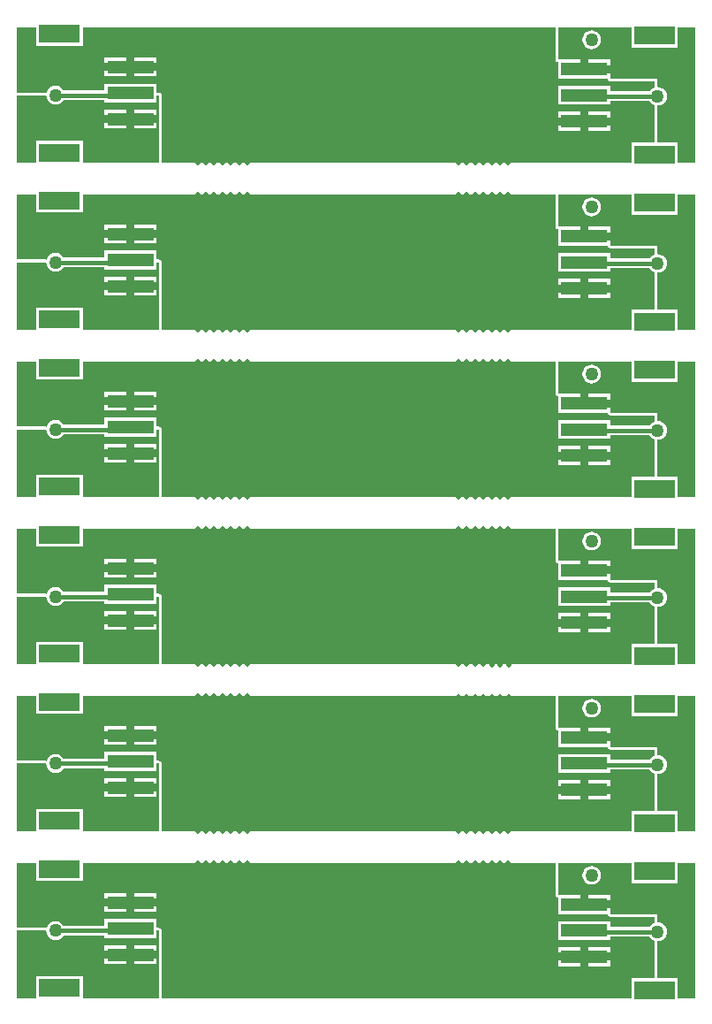
<source format=gbl>
G04*
G04 #@! TF.GenerationSoftware,Altium Limited,Altium Designer,20.1.12 (249)*
G04*
G04 Layer_Physical_Order=2*
G04 Layer_Color=16711680*
%FSLAX25Y25*%
%MOIN*%
G70*
G04*
G04 #@! TF.SameCoordinates,880ED213-D7CF-42DA-8A1E-0FEEA66E8632*
G04*
G04*
G04 #@! TF.FilePolarity,Positive*
G04*
G01*
G75*
%ADD18C,0.01500*%
%ADD20C,0.01968*%
%ADD21C,0.05000*%
%ADD22R,0.15354X0.07087*%
%ADD23R,0.17717X0.05118*%
G36*
X203311Y353953D02*
X203389Y353563D01*
X203610Y353232D01*
X203941Y353011D01*
X204118Y352976D01*
Y346835D01*
X222818D01*
X222893Y346460D01*
X223114Y346129D01*
X223445Y345908D01*
X223835Y345831D01*
X240713D01*
Y343688D01*
X240739Y343557D01*
X240740Y343535D01*
X239967Y343215D01*
X239236Y342654D01*
X238690Y341942D01*
X223835D01*
Y344110D01*
X204118D01*
Y336992D01*
X223835D01*
Y338373D01*
X238690D01*
X239236Y337661D01*
X239967Y337100D01*
X240740Y336780D01*
X240739Y336758D01*
X240713Y336627D01*
Y322654D01*
X232071D01*
Y314961D01*
X54563D01*
X54563Y340551D01*
X54485Y340941D01*
X54264Y341272D01*
X53934Y341493D01*
X53543Y341571D01*
X52720D01*
Y344904D01*
X33004D01*
Y342336D01*
X17609D01*
X17063Y343047D01*
X16332Y343608D01*
X15481Y343961D01*
X14567Y344081D01*
X13653Y343961D01*
X12802Y343608D01*
X12071Y343047D01*
X11510Y342316D01*
X11190Y341543D01*
X11168Y341545D01*
X11037Y341571D01*
X0D01*
Y366142D01*
X7413D01*
Y359243D01*
X24768D01*
Y366142D01*
X203311D01*
Y353953D01*
D02*
G37*
G36*
X255906Y314961D02*
X249425D01*
Y322654D01*
X241732D01*
Y336627D01*
X242646Y336748D01*
X243497Y337100D01*
X244229Y337661D01*
X244790Y338392D01*
X245142Y339244D01*
X245263Y340158D01*
X245142Y341071D01*
X244790Y341923D01*
X244229Y342654D01*
X243497Y343215D01*
X242646Y343567D01*
X241732Y343688D01*
Y346850D01*
X223835D01*
Y348894D01*
X213976D01*
Y350394D01*
X212476D01*
Y353953D01*
X204331D01*
Y366142D01*
X232071D01*
Y358449D01*
X249425D01*
Y366142D01*
X255906D01*
Y314961D01*
D02*
G37*
G36*
X53543D02*
X24768D01*
Y323447D01*
X7413D01*
Y314961D01*
X0D01*
Y340551D01*
X11037D01*
X11157Y339637D01*
X11510Y338786D01*
X12071Y338055D01*
X12802Y337494D01*
X13653Y337141D01*
X14567Y337021D01*
X15481Y337141D01*
X16332Y337494D01*
X17063Y338055D01*
X17609Y338767D01*
X33004D01*
Y337786D01*
X52720D01*
Y340551D01*
X53543D01*
X53543Y314961D01*
D02*
G37*
G36*
X203311Y290961D02*
X203389Y290570D01*
X203610Y290240D01*
X203941Y290019D01*
X204118Y289983D01*
Y283842D01*
X222818D01*
X222893Y283468D01*
X223114Y283137D01*
X223445Y282916D01*
X223835Y282839D01*
X240713D01*
Y280696D01*
X240739Y280565D01*
X240740Y280543D01*
X239967Y280223D01*
X239236Y279662D01*
X238690Y278950D01*
X223835D01*
Y281118D01*
X204118D01*
Y274000D01*
X223835D01*
Y275381D01*
X238690D01*
X239236Y274669D01*
X239967Y274108D01*
X240740Y273788D01*
X240739Y273766D01*
X240713Y273635D01*
Y259661D01*
X232071D01*
Y251969D01*
X54563D01*
X54563Y277559D01*
X54485Y277949D01*
X54264Y278280D01*
X53934Y278501D01*
X53543Y278579D01*
X52720D01*
Y281912D01*
X33004D01*
Y279343D01*
X17609D01*
X17063Y280055D01*
X16332Y280616D01*
X15481Y280969D01*
X14567Y281089D01*
X13653Y280969D01*
X12802Y280616D01*
X12071Y280055D01*
X11510Y279324D01*
X11190Y278551D01*
X11168Y278553D01*
X11037Y278579D01*
X0D01*
Y303150D01*
X7413D01*
Y296250D01*
X24768D01*
Y303150D01*
X203311D01*
Y290961D01*
D02*
G37*
G36*
X255906Y251969D02*
X249425D01*
Y259661D01*
X241732D01*
Y273635D01*
X242646Y273756D01*
X243497Y274108D01*
X244229Y274669D01*
X244790Y275400D01*
X245142Y276252D01*
X245263Y277165D01*
X245142Y278079D01*
X244790Y278930D01*
X244229Y279662D01*
X243497Y280223D01*
X242646Y280575D01*
X241732Y280696D01*
Y283858D01*
X223835D01*
Y285902D01*
X213976D01*
Y287402D01*
X212476D01*
Y290961D01*
X204331D01*
Y303150D01*
X232071D01*
Y295457D01*
X249425D01*
Y303150D01*
X255906D01*
Y251969D01*
D02*
G37*
G36*
X53543D02*
X24768D01*
Y260455D01*
X7413D01*
Y251969D01*
X0D01*
Y277559D01*
X11037D01*
X11157Y276645D01*
X11510Y275794D01*
X12071Y275063D01*
X12802Y274502D01*
X13653Y274149D01*
X14567Y274029D01*
X15481Y274149D01*
X16332Y274502D01*
X17063Y275063D01*
X17609Y275775D01*
X33004D01*
Y274794D01*
X52720D01*
Y277559D01*
X53543D01*
X53543Y251969D01*
D02*
G37*
G36*
X203311Y227969D02*
X203389Y227578D01*
X203610Y227248D01*
X203941Y227027D01*
X204118Y226991D01*
Y220850D01*
X222818D01*
X222893Y220476D01*
X223114Y220145D01*
X223445Y219924D01*
X223835Y219847D01*
X240713D01*
Y217703D01*
X240739Y217573D01*
X240740Y217551D01*
X239967Y217231D01*
X239236Y216670D01*
X238690Y215957D01*
X223835D01*
Y218126D01*
X204118D01*
Y211008D01*
X223835D01*
Y212389D01*
X238690D01*
X239236Y211677D01*
X239967Y211116D01*
X240740Y210796D01*
X240739Y210774D01*
X240713Y210643D01*
Y196669D01*
X232071D01*
Y188976D01*
X54563D01*
X54563Y214567D01*
X54485Y214957D01*
X54264Y215288D01*
X53934Y215509D01*
X53543Y215586D01*
X52720D01*
Y218920D01*
X33004D01*
Y216351D01*
X17609D01*
X17063Y217063D01*
X16332Y217624D01*
X15481Y217977D01*
X14567Y218097D01*
X13653Y217977D01*
X12802Y217624D01*
X12071Y217063D01*
X11510Y216332D01*
X11190Y215559D01*
X11168Y215561D01*
X11037Y215586D01*
X0D01*
Y240158D01*
X7413D01*
Y233258D01*
X24768D01*
Y240158D01*
X203311D01*
Y227969D01*
D02*
G37*
G36*
X255906Y188976D02*
X249425D01*
Y196669D01*
X241732D01*
Y210643D01*
X242646Y210763D01*
X243497Y211116D01*
X244229Y211677D01*
X244790Y212408D01*
X245142Y213260D01*
X245263Y214173D01*
X245142Y215087D01*
X244790Y215938D01*
X244229Y216670D01*
X243497Y217231D01*
X242646Y217583D01*
X241732Y217703D01*
Y220866D01*
X223835D01*
Y222909D01*
X213976D01*
Y224410D01*
X212476D01*
Y227969D01*
X204331D01*
Y240158D01*
X232071D01*
Y232465D01*
X249425D01*
Y240158D01*
X255906D01*
Y188976D01*
D02*
G37*
G36*
X53543D02*
X24768D01*
Y197463D01*
X7413D01*
Y188976D01*
X0D01*
Y214567D01*
X11037D01*
X11157Y213653D01*
X11510Y212802D01*
X12071Y212071D01*
X12802Y211510D01*
X13653Y211157D01*
X14567Y211037D01*
X15481Y211157D01*
X16332Y211510D01*
X17063Y212071D01*
X17609Y212783D01*
X33004D01*
Y211802D01*
X52720D01*
Y214567D01*
X53543D01*
X53543Y188976D01*
D02*
G37*
G36*
X203311Y164976D02*
X203389Y164586D01*
X203610Y164255D01*
X203941Y164034D01*
X204118Y163999D01*
Y157858D01*
X222818D01*
X222893Y157484D01*
X223114Y157153D01*
X223445Y156932D01*
X223835Y156854D01*
X240713D01*
Y154711D01*
X240739Y154580D01*
X240740Y154559D01*
X239967Y154238D01*
X239236Y153677D01*
X238690Y152965D01*
X223835D01*
Y155134D01*
X204118D01*
Y148016D01*
X223835D01*
Y149397D01*
X238690D01*
X239236Y148685D01*
X239967Y148124D01*
X240740Y147804D01*
X240739Y147782D01*
X240713Y147651D01*
Y133677D01*
X232071D01*
Y125984D01*
X54563D01*
X54563Y151575D01*
X54485Y151965D01*
X54264Y152296D01*
X53934Y152517D01*
X53543Y152594D01*
X52720D01*
Y155928D01*
X33004D01*
Y153359D01*
X17609D01*
X17063Y154071D01*
X16332Y154632D01*
X15481Y154985D01*
X14567Y155105D01*
X13653Y154985D01*
X12802Y154632D01*
X12071Y154071D01*
X11510Y153340D01*
X11190Y152567D01*
X11168Y152568D01*
X11037Y152594D01*
X0D01*
Y177165D01*
X7413D01*
Y170266D01*
X24768D01*
Y177165D01*
X203311D01*
Y164976D01*
D02*
G37*
G36*
X255906Y125984D02*
X249425D01*
Y133677D01*
X241732D01*
Y147651D01*
X242646Y147771D01*
X243497Y148124D01*
X244229Y148685D01*
X244790Y149416D01*
X245142Y150267D01*
X245263Y151181D01*
X245142Y152095D01*
X244790Y152946D01*
X244229Y153677D01*
X243497Y154238D01*
X242646Y154591D01*
X241732Y154711D01*
Y157874D01*
X223835D01*
Y159917D01*
X213976D01*
Y161417D01*
X212476D01*
Y164976D01*
X204331D01*
Y177165D01*
X232071D01*
Y169473D01*
X249425D01*
Y177165D01*
X255906D01*
Y125984D01*
D02*
G37*
G36*
X53543D02*
X24768D01*
Y134471D01*
X7413D01*
Y125984D01*
X0D01*
Y151575D01*
X11037D01*
X11157Y150661D01*
X11510Y149810D01*
X12071Y149079D01*
X12802Y148518D01*
X13653Y148165D01*
X14567Y148045D01*
X15481Y148165D01*
X16332Y148518D01*
X17063Y149079D01*
X17609Y149791D01*
X33004D01*
Y148809D01*
X52720D01*
Y151575D01*
X53543D01*
X53543Y125984D01*
D02*
G37*
G36*
X203311Y101984D02*
X203389Y101594D01*
X203610Y101263D01*
X203941Y101042D01*
X204118Y101007D01*
Y94866D01*
X222818D01*
X222893Y94492D01*
X223114Y94161D01*
X223445Y93940D01*
X223835Y93862D01*
X240713D01*
Y91719D01*
X240739Y91588D01*
X240740Y91566D01*
X239967Y91246D01*
X239236Y90685D01*
X238690Y89973D01*
X223835D01*
Y92142D01*
X204118D01*
Y85024D01*
X223835D01*
Y86405D01*
X238690D01*
X239236Y85693D01*
X239967Y85132D01*
X240740Y84812D01*
X240739Y84790D01*
X240713Y84659D01*
Y70685D01*
X232071D01*
Y62992D01*
X54563D01*
X54563Y88583D01*
X54485Y88973D01*
X54264Y89304D01*
X53934Y89525D01*
X53543Y89602D01*
X52720D01*
Y92935D01*
X33004D01*
Y90367D01*
X17609D01*
X17063Y91079D01*
X16332Y91640D01*
X15481Y91993D01*
X14567Y92113D01*
X13653Y91993D01*
X12802Y91640D01*
X12071Y91079D01*
X11510Y90348D01*
X11190Y89575D01*
X11168Y89576D01*
X11037Y89602D01*
X0D01*
Y114173D01*
X7413D01*
Y107274D01*
X24768D01*
Y114173D01*
X203311D01*
Y101984D01*
D02*
G37*
G36*
X255906Y62992D02*
X249425D01*
Y70685D01*
X241732D01*
Y84659D01*
X242646Y84779D01*
X243497Y85132D01*
X244229Y85693D01*
X244790Y86424D01*
X245142Y87275D01*
X245263Y88189D01*
X245142Y89103D01*
X244790Y89954D01*
X244229Y90685D01*
X243497Y91246D01*
X242646Y91599D01*
X241732Y91719D01*
Y94882D01*
X223835D01*
Y96925D01*
X213976D01*
Y98425D01*
X212476D01*
Y101984D01*
X204331D01*
Y114173D01*
X232071D01*
Y106480D01*
X249425D01*
Y114173D01*
X255906D01*
Y62992D01*
D02*
G37*
G36*
X53543D02*
X24768D01*
Y71479D01*
X7413D01*
Y62992D01*
X0D01*
Y88583D01*
X11037D01*
X11157Y87669D01*
X11510Y86818D01*
X12071Y86086D01*
X12802Y85525D01*
X13653Y85173D01*
X14567Y85053D01*
X15481Y85173D01*
X16332Y85525D01*
X17063Y86086D01*
X17609Y86798D01*
X33004D01*
Y85817D01*
X52720D01*
Y88583D01*
X53543D01*
X53543Y62992D01*
D02*
G37*
G36*
X203311Y38992D02*
X203389Y38602D01*
X203610Y38271D01*
X203941Y38050D01*
X204118Y38015D01*
Y31874D01*
X222818D01*
X222893Y31500D01*
X223114Y31169D01*
X223445Y30948D01*
X223835Y30870D01*
X240713D01*
Y28727D01*
X240739Y28596D01*
X240740Y28574D01*
X239967Y28254D01*
X239236Y27693D01*
X238690Y26981D01*
X223835D01*
Y29150D01*
X204118D01*
Y22031D01*
X223835D01*
Y23413D01*
X238690D01*
X239236Y22701D01*
X239967Y22140D01*
X240740Y21819D01*
X240739Y21798D01*
X240713Y21667D01*
Y7693D01*
X232071D01*
Y0D01*
X54563D01*
X54563Y25591D01*
X54485Y25981D01*
X54264Y26311D01*
X53934Y26533D01*
X53543Y26610D01*
X52720D01*
Y29943D01*
X33004D01*
Y27375D01*
X17609D01*
X17063Y28087D01*
X16332Y28648D01*
X15481Y29000D01*
X14567Y29121D01*
X13653Y29000D01*
X12802Y28648D01*
X12071Y28087D01*
X11510Y27356D01*
X11190Y26583D01*
X11168Y26584D01*
X11037Y26610D01*
X0D01*
Y51181D01*
X7413D01*
Y44282D01*
X24768D01*
Y51181D01*
X203311D01*
Y38992D01*
D02*
G37*
G36*
X255906Y0D02*
X249425D01*
Y7693D01*
X241732D01*
Y21667D01*
X242646Y21787D01*
X243497Y22140D01*
X244229Y22701D01*
X244790Y23432D01*
X245142Y24283D01*
X245263Y25197D01*
X245142Y26111D01*
X244790Y26962D01*
X244229Y27693D01*
X243497Y28254D01*
X242646Y28607D01*
X241732Y28727D01*
Y31890D01*
X223835D01*
Y33933D01*
X213976D01*
Y35433D01*
X212476D01*
Y38992D01*
X204331D01*
Y51181D01*
X232071D01*
Y43488D01*
X249425D01*
Y51181D01*
X255906D01*
Y0D01*
D02*
G37*
G36*
X53543D02*
X24768D01*
Y8487D01*
X7413D01*
Y0D01*
X0D01*
Y25591D01*
X11037D01*
X11157Y24677D01*
X11510Y23825D01*
X12071Y23094D01*
X12802Y22533D01*
X13653Y22181D01*
X14567Y22060D01*
X15481Y22181D01*
X16332Y22533D01*
X17063Y23094D01*
X17609Y23806D01*
X33004D01*
Y22825D01*
X52720D01*
Y25591D01*
X53543D01*
X53543Y0D01*
D02*
G37*
%LPC*%
G36*
X52720Y354747D02*
X44362D01*
Y352687D01*
X52720D01*
Y354747D01*
D02*
G37*
G36*
X41362D02*
X33004D01*
Y352687D01*
X41362D01*
Y354747D01*
D02*
G37*
G36*
X52720Y349687D02*
X44362D01*
Y347628D01*
X52720D01*
Y349687D01*
D02*
G37*
G36*
X41362D02*
X33004D01*
Y347628D01*
X41362D01*
Y349687D01*
D02*
G37*
G36*
X223835Y334268D02*
X215476D01*
Y332209D01*
X223835D01*
Y334268D01*
D02*
G37*
G36*
X212476D02*
X204118D01*
Y332209D01*
X212476D01*
Y334268D01*
D02*
G37*
G36*
X223835Y329209D02*
X215476D01*
Y327150D01*
X223835D01*
Y329209D01*
D02*
G37*
G36*
X212476D02*
X204118D01*
Y327150D01*
X212476D01*
Y329209D01*
D02*
G37*
G36*
X216850Y364948D02*
X215937Y364827D01*
X215085Y364475D01*
X214354Y363914D01*
X213793Y363182D01*
X213440Y362331D01*
X213320Y361417D01*
X213440Y360504D01*
X213793Y359652D01*
X214354Y358921D01*
X215085Y358360D01*
X215937Y358007D01*
X216850Y357887D01*
X217764Y358007D01*
X218616Y358360D01*
X219347Y358921D01*
X219908Y359652D01*
X220260Y360504D01*
X220381Y361417D01*
X220260Y362331D01*
X219908Y363182D01*
X219347Y363914D01*
X218616Y364475D01*
X217764Y364827D01*
X216850Y364948D01*
D02*
G37*
G36*
X223835Y353953D02*
X215476D01*
Y351894D01*
X223835D01*
Y353953D01*
D02*
G37*
G36*
X52720Y335061D02*
X44362D01*
Y333002D01*
X52720D01*
Y335061D01*
D02*
G37*
G36*
X41362D02*
X33004D01*
Y333002D01*
X41362D01*
Y335061D01*
D02*
G37*
G36*
X52720Y330002D02*
X44362D01*
Y327943D01*
X52720D01*
Y330002D01*
D02*
G37*
G36*
X41362D02*
X33004D01*
Y327943D01*
X41362D01*
Y330002D01*
D02*
G37*
G36*
X52720Y291754D02*
X44362D01*
Y289695D01*
X52720D01*
Y291754D01*
D02*
G37*
G36*
X41362D02*
X33004D01*
Y289695D01*
X41362D01*
Y291754D01*
D02*
G37*
G36*
X52720Y286695D02*
X44362D01*
Y284636D01*
X52720D01*
Y286695D01*
D02*
G37*
G36*
X41362D02*
X33004D01*
Y284636D01*
X41362D01*
Y286695D01*
D02*
G37*
G36*
X223835Y271276D02*
X215476D01*
Y269216D01*
X223835D01*
Y271276D01*
D02*
G37*
G36*
X212476D02*
X204118D01*
Y269216D01*
X212476D01*
Y271276D01*
D02*
G37*
G36*
X223835Y266216D02*
X215476D01*
Y264158D01*
X223835D01*
Y266216D01*
D02*
G37*
G36*
X212476D02*
X204118D01*
Y264158D01*
X212476D01*
Y266216D01*
D02*
G37*
G36*
X216850Y301955D02*
X215937Y301835D01*
X215085Y301483D01*
X214354Y300921D01*
X213793Y300190D01*
X213440Y299339D01*
X213320Y298425D01*
X213440Y297512D01*
X213793Y296660D01*
X214354Y295929D01*
X215085Y295368D01*
X215937Y295015D01*
X216850Y294895D01*
X217764Y295015D01*
X218616Y295368D01*
X219347Y295929D01*
X219908Y296660D01*
X220260Y297512D01*
X220381Y298425D01*
X220260Y299339D01*
X219908Y300190D01*
X219347Y300921D01*
X218616Y301483D01*
X217764Y301835D01*
X216850Y301955D01*
D02*
G37*
G36*
X223835Y290961D02*
X215476D01*
Y288902D01*
X223835D01*
Y290961D01*
D02*
G37*
G36*
X52720Y272069D02*
X44362D01*
Y270010D01*
X52720D01*
Y272069D01*
D02*
G37*
G36*
X41362D02*
X33004D01*
Y270010D01*
X41362D01*
Y272069D01*
D02*
G37*
G36*
X52720Y267010D02*
X44362D01*
Y264951D01*
X52720D01*
Y267010D01*
D02*
G37*
G36*
X41362D02*
X33004D01*
Y264951D01*
X41362D01*
Y267010D01*
D02*
G37*
G36*
X52720Y228762D02*
X44362D01*
Y226703D01*
X52720D01*
Y228762D01*
D02*
G37*
G36*
X41362D02*
X33004D01*
Y226703D01*
X41362D01*
Y228762D01*
D02*
G37*
G36*
X52720Y223703D02*
X44362D01*
Y221644D01*
X52720D01*
Y223703D01*
D02*
G37*
G36*
X41362D02*
X33004D01*
Y221644D01*
X41362D01*
Y223703D01*
D02*
G37*
G36*
X223835Y208283D02*
X215476D01*
Y206224D01*
X223835D01*
Y208283D01*
D02*
G37*
G36*
X212476D02*
X204118D01*
Y206224D01*
X212476D01*
Y208283D01*
D02*
G37*
G36*
X223835Y203224D02*
X215476D01*
Y201165D01*
X223835D01*
Y203224D01*
D02*
G37*
G36*
X212476D02*
X204118D01*
Y201165D01*
X212476D01*
Y203224D01*
D02*
G37*
G36*
X216850Y238963D02*
X215937Y238843D01*
X215085Y238490D01*
X214354Y237929D01*
X213793Y237198D01*
X213440Y236347D01*
X213320Y235433D01*
X213440Y234519D01*
X213793Y233668D01*
X214354Y232937D01*
X215085Y232376D01*
X215937Y232023D01*
X216850Y231903D01*
X217764Y232023D01*
X218616Y232376D01*
X219347Y232937D01*
X219908Y233668D01*
X220260Y234519D01*
X220381Y235433D01*
X220260Y236347D01*
X219908Y237198D01*
X219347Y237929D01*
X218616Y238490D01*
X217764Y238843D01*
X216850Y238963D01*
D02*
G37*
G36*
X223835Y227969D02*
X215476D01*
Y225909D01*
X223835D01*
Y227969D01*
D02*
G37*
G36*
X52720Y209077D02*
X44362D01*
Y207018D01*
X52720D01*
Y209077D01*
D02*
G37*
G36*
X41362D02*
X33004D01*
Y207018D01*
X41362D01*
Y209077D01*
D02*
G37*
G36*
X52720Y204018D02*
X44362D01*
Y201959D01*
X52720D01*
Y204018D01*
D02*
G37*
G36*
X41362D02*
X33004D01*
Y201959D01*
X41362D01*
Y204018D01*
D02*
G37*
G36*
X52720Y165770D02*
X44362D01*
Y163711D01*
X52720D01*
Y165770D01*
D02*
G37*
G36*
X41362D02*
X33004D01*
Y163711D01*
X41362D01*
Y165770D01*
D02*
G37*
G36*
X52720Y160711D02*
X44362D01*
Y158652D01*
X52720D01*
Y160711D01*
D02*
G37*
G36*
X41362D02*
X33004D01*
Y158652D01*
X41362D01*
Y160711D01*
D02*
G37*
G36*
X223835Y145291D02*
X215476D01*
Y143232D01*
X223835D01*
Y145291D01*
D02*
G37*
G36*
X212476D02*
X204118D01*
Y143232D01*
X212476D01*
Y145291D01*
D02*
G37*
G36*
X223835Y140232D02*
X215476D01*
Y138173D01*
X223835D01*
Y140232D01*
D02*
G37*
G36*
X212476D02*
X204118D01*
Y138173D01*
X212476D01*
Y140232D01*
D02*
G37*
G36*
X216850Y175971D02*
X215937Y175851D01*
X215085Y175498D01*
X214354Y174937D01*
X213793Y174206D01*
X213440Y173355D01*
X213320Y172441D01*
X213440Y171527D01*
X213793Y170676D01*
X214354Y169945D01*
X215085Y169384D01*
X215937Y169031D01*
X216850Y168911D01*
X217764Y169031D01*
X218616Y169384D01*
X219347Y169945D01*
X219908Y170676D01*
X220260Y171527D01*
X220381Y172441D01*
X220260Y173355D01*
X219908Y174206D01*
X219347Y174937D01*
X218616Y175498D01*
X217764Y175851D01*
X216850Y175971D01*
D02*
G37*
G36*
X223835Y164976D02*
X215476D01*
Y162917D01*
X223835D01*
Y164976D01*
D02*
G37*
G36*
X52720Y146085D02*
X44362D01*
Y144026D01*
X52720D01*
Y146085D01*
D02*
G37*
G36*
X41362D02*
X33004D01*
Y144026D01*
X41362D01*
Y146085D01*
D02*
G37*
G36*
X52720Y141026D02*
X44362D01*
Y138967D01*
X52720D01*
Y141026D01*
D02*
G37*
G36*
X41362D02*
X33004D01*
Y138967D01*
X41362D01*
Y141026D01*
D02*
G37*
G36*
X52720Y102778D02*
X44362D01*
Y100719D01*
X52720D01*
Y102778D01*
D02*
G37*
G36*
X41362D02*
X33004D01*
Y100719D01*
X41362D01*
Y102778D01*
D02*
G37*
G36*
X52720Y97719D02*
X44362D01*
Y95660D01*
X52720D01*
Y97719D01*
D02*
G37*
G36*
X41362D02*
X33004D01*
Y95660D01*
X41362D01*
Y97719D01*
D02*
G37*
G36*
X223835Y82299D02*
X215476D01*
Y80240D01*
X223835D01*
Y82299D01*
D02*
G37*
G36*
X212476D02*
X204118D01*
Y80240D01*
X212476D01*
Y82299D01*
D02*
G37*
G36*
X223835Y77240D02*
X215476D01*
Y75181D01*
X223835D01*
Y77240D01*
D02*
G37*
G36*
X212476D02*
X204118D01*
Y75181D01*
X212476D01*
Y77240D01*
D02*
G37*
G36*
X216850Y112979D02*
X215937Y112859D01*
X215085Y112506D01*
X214354Y111945D01*
X213793Y111214D01*
X213440Y110363D01*
X213320Y109449D01*
X213440Y108535D01*
X213793Y107684D01*
X214354Y106953D01*
X215085Y106392D01*
X215937Y106039D01*
X216850Y105919D01*
X217764Y106039D01*
X218616Y106392D01*
X219347Y106953D01*
X219908Y107684D01*
X220260Y108535D01*
X220381Y109449D01*
X220260Y110363D01*
X219908Y111214D01*
X219347Y111945D01*
X218616Y112506D01*
X217764Y112859D01*
X216850Y112979D01*
D02*
G37*
G36*
X223835Y101984D02*
X215476D01*
Y99925D01*
X223835D01*
Y101984D01*
D02*
G37*
G36*
X52720Y83093D02*
X44362D01*
Y81034D01*
X52720D01*
Y83093D01*
D02*
G37*
G36*
X41362D02*
X33004D01*
Y81034D01*
X41362D01*
Y83093D01*
D02*
G37*
G36*
X52720Y78034D02*
X44362D01*
Y75975D01*
X52720D01*
Y78034D01*
D02*
G37*
G36*
X41362D02*
X33004D01*
Y75975D01*
X41362D01*
Y78034D01*
D02*
G37*
G36*
X52720Y39786D02*
X44362D01*
Y37727D01*
X52720D01*
Y39786D01*
D02*
G37*
G36*
X41362D02*
X33004D01*
Y37727D01*
X41362D01*
Y39786D01*
D02*
G37*
G36*
X52720Y34727D02*
X44362D01*
Y32668D01*
X52720D01*
Y34727D01*
D02*
G37*
G36*
X41362D02*
X33004D01*
Y32668D01*
X41362D01*
Y34727D01*
D02*
G37*
G36*
X223835Y19307D02*
X215476D01*
Y17248D01*
X223835D01*
Y19307D01*
D02*
G37*
G36*
X212476D02*
X204118D01*
Y17248D01*
X212476D01*
Y19307D01*
D02*
G37*
G36*
X223835Y14248D02*
X215476D01*
Y12189D01*
X223835D01*
Y14248D01*
D02*
G37*
G36*
X212476D02*
X204118D01*
Y12189D01*
X212476D01*
Y14248D01*
D02*
G37*
G36*
X216850Y49987D02*
X215937Y49867D01*
X215085Y49514D01*
X214354Y48953D01*
X213793Y48222D01*
X213440Y47370D01*
X213320Y46457D01*
X213440Y45543D01*
X213793Y44692D01*
X214354Y43960D01*
X215085Y43400D01*
X215937Y43047D01*
X216850Y42926D01*
X217764Y43047D01*
X218616Y43400D01*
X219347Y43960D01*
X219908Y44692D01*
X220260Y45543D01*
X220381Y46457D01*
X220260Y47370D01*
X219908Y48222D01*
X219347Y48953D01*
X218616Y49514D01*
X217764Y49867D01*
X216850Y49987D01*
D02*
G37*
G36*
X223835Y38992D02*
X215476D01*
Y36933D01*
X223835D01*
Y38992D01*
D02*
G37*
G36*
X52720Y20101D02*
X44362D01*
Y18042D01*
X52720D01*
Y20101D01*
D02*
G37*
G36*
X41362D02*
X33004D01*
Y18042D01*
X41362D01*
Y20101D01*
D02*
G37*
G36*
X52720Y15042D02*
X44362D01*
Y12983D01*
X52720D01*
Y15042D01*
D02*
G37*
G36*
X41362D02*
X33004D01*
Y12983D01*
X41362D01*
Y15042D01*
D02*
G37*
%LPD*%
D18*
X213976Y25591D02*
X214370Y25197D01*
X241732D01*
X14567Y25591D02*
X42862D01*
X213976Y88583D02*
X214370Y88189D01*
X241732D01*
X14567Y88583D02*
X42862D01*
X213976Y151575D02*
X214370Y151181D01*
X241732D01*
X14567Y151575D02*
X42862D01*
X213976Y214567D02*
X214370Y214173D01*
X241732D01*
X14567Y214567D02*
X42862D01*
X213976Y277559D02*
X214370Y277165D01*
X241732D01*
X14567Y277559D02*
X42862D01*
X213976Y340551D02*
X214370Y340158D01*
X241732D01*
X14567Y340551D02*
X42862D01*
D20*
X179134Y62992D02*
D03*
X182283D02*
D03*
X185433D02*
D03*
X179134Y51181D02*
D03*
X182283D02*
D03*
X185433D02*
D03*
X80709Y62992D02*
D03*
X83858D02*
D03*
X87008D02*
D03*
X80709Y51181D02*
D03*
X83858D02*
D03*
X87008D02*
D03*
X80709Y125984D02*
D03*
X83858D02*
D03*
X87008D02*
D03*
X80709Y114173D02*
D03*
X83858D02*
D03*
X87008D02*
D03*
X179140Y125695D02*
D03*
X182290D02*
D03*
X185439D02*
D03*
X179140Y113884D02*
D03*
X182290D02*
D03*
X185439D02*
D03*
X179134Y188976D02*
D03*
X182283D02*
D03*
X185433D02*
D03*
X179134Y177165D02*
D03*
X182283D02*
D03*
X185433D02*
D03*
X80709Y188976D02*
D03*
X83858D02*
D03*
X87008D02*
D03*
X80709Y177165D02*
D03*
X83858D02*
D03*
X87008D02*
D03*
X80709Y251969D02*
D03*
X83858D02*
D03*
X87008D02*
D03*
X80709Y240158D02*
D03*
X83858D02*
D03*
X87008D02*
D03*
X179134Y251969D02*
D03*
X182283D02*
D03*
X185433D02*
D03*
X179134Y240158D02*
D03*
X182283D02*
D03*
X185433D02*
D03*
X179134Y314961D02*
D03*
X182283D02*
D03*
X185433D02*
D03*
X179134Y303150D02*
D03*
X182283D02*
D03*
X185433D02*
D03*
X87008D02*
D03*
X83858D02*
D03*
X80709D02*
D03*
X87008Y314961D02*
D03*
X83858D02*
D03*
X80709D02*
D03*
X77559Y51181D02*
D03*
X74410D02*
D03*
X71260D02*
D03*
X68110D02*
D03*
X68110Y62992D02*
D03*
X71260D02*
D03*
X74410D02*
D03*
X77559D02*
D03*
X166535D02*
D03*
X169685D02*
D03*
X172835D02*
D03*
X175984D02*
D03*
X175984Y51181D02*
D03*
X172835D02*
D03*
X169685D02*
D03*
X166535D02*
D03*
X175990Y113884D02*
D03*
X172841D02*
D03*
X169691D02*
D03*
X166542D02*
D03*
X166535Y125984D02*
D03*
X169685D02*
D03*
X172835D02*
D03*
X175984D02*
D03*
X77559Y114173D02*
D03*
X74410D02*
D03*
X71260D02*
D03*
X68110D02*
D03*
X68110Y125984D02*
D03*
X71260D02*
D03*
X74410D02*
D03*
X77559D02*
D03*
X68110Y188976D02*
D03*
X71260D02*
D03*
X74410D02*
D03*
X77559D02*
D03*
X77559Y177165D02*
D03*
X74410D02*
D03*
X71260D02*
D03*
X68110D02*
D03*
X175984D02*
D03*
X172835D02*
D03*
X169685D02*
D03*
X166535D02*
D03*
X166535Y188976D02*
D03*
X169685D02*
D03*
X172835D02*
D03*
X175984D02*
D03*
X166535Y251969D02*
D03*
X169685D02*
D03*
X172835D02*
D03*
X175984D02*
D03*
X175984Y240158D02*
D03*
X172835D02*
D03*
X169685D02*
D03*
X166535D02*
D03*
X77559D02*
D03*
X74410D02*
D03*
X71260D02*
D03*
X68110D02*
D03*
X68110Y251969D02*
D03*
X71260D02*
D03*
X74410D02*
D03*
X77559D02*
D03*
X166535Y314961D02*
D03*
X169685D02*
D03*
X172835D02*
D03*
X175984D02*
D03*
X175984Y303150D02*
D03*
X172835D02*
D03*
X169685D02*
D03*
X166535D02*
D03*
X77559D02*
D03*
X74410D02*
D03*
X71260D02*
D03*
X68110D02*
D03*
X77559Y314961D02*
D03*
X74410D02*
D03*
X71260D02*
D03*
X68110D02*
D03*
D21*
X216850Y46457D02*
D03*
X38268D02*
D03*
X63779D02*
D03*
X89291D02*
D03*
X114803D02*
D03*
X140315D02*
D03*
X165827D02*
D03*
X191339D02*
D03*
X191732Y25197D02*
D03*
X166220D02*
D03*
X140709D02*
D03*
X115197D02*
D03*
X64173D02*
D03*
X252362Y6693D02*
D03*
Y12598D02*
D03*
X3543D02*
D03*
Y6693D02*
D03*
X241732Y25197D02*
D03*
X14567Y25591D02*
D03*
X216850Y109449D02*
D03*
X38268D02*
D03*
X63779D02*
D03*
X89291D02*
D03*
X114803D02*
D03*
X140315D02*
D03*
X165827D02*
D03*
X191339D02*
D03*
X191732Y88189D02*
D03*
X166220D02*
D03*
X140709D02*
D03*
X115197D02*
D03*
X64173D02*
D03*
X252362Y69685D02*
D03*
Y75591D02*
D03*
X3543D02*
D03*
Y69685D02*
D03*
X241732Y88189D02*
D03*
X14567Y88583D02*
D03*
X216850Y172441D02*
D03*
X38268D02*
D03*
X63779D02*
D03*
X89291D02*
D03*
X114803D02*
D03*
X140315D02*
D03*
X165827D02*
D03*
X191339D02*
D03*
X191732Y151181D02*
D03*
X166220D02*
D03*
X140709D02*
D03*
X115197D02*
D03*
X64173D02*
D03*
X252362Y132677D02*
D03*
Y138583D02*
D03*
X3543D02*
D03*
Y132677D02*
D03*
X241732Y151181D02*
D03*
X14567Y151575D02*
D03*
X216850Y235433D02*
D03*
X38268D02*
D03*
X63779D02*
D03*
X89291D02*
D03*
X114803D02*
D03*
X140315D02*
D03*
X165827D02*
D03*
X191339D02*
D03*
X191732Y214173D02*
D03*
X166220D02*
D03*
X140709D02*
D03*
X115197D02*
D03*
X64173D02*
D03*
X252362Y195669D02*
D03*
Y201575D02*
D03*
X3543D02*
D03*
Y195669D02*
D03*
X241732Y214173D02*
D03*
X14567Y214567D02*
D03*
X216850Y298425D02*
D03*
X38268D02*
D03*
X63779D02*
D03*
X89291D02*
D03*
X114803D02*
D03*
X140315D02*
D03*
X165827D02*
D03*
X191339D02*
D03*
X191732Y277165D02*
D03*
X166220D02*
D03*
X140709D02*
D03*
X115197D02*
D03*
X64173D02*
D03*
X252362Y258661D02*
D03*
Y264567D02*
D03*
X3543D02*
D03*
Y258661D02*
D03*
X241732Y277165D02*
D03*
X14567Y277559D02*
D03*
X216850Y361417D02*
D03*
X38268D02*
D03*
X63779D02*
D03*
X89291D02*
D03*
X114803D02*
D03*
X140315D02*
D03*
X165827D02*
D03*
X191339D02*
D03*
X191732Y340158D02*
D03*
X166220D02*
D03*
X140709D02*
D03*
X115197D02*
D03*
X64173D02*
D03*
X252362Y321654D02*
D03*
Y327559D02*
D03*
X3543D02*
D03*
Y321654D02*
D03*
X241732Y340158D02*
D03*
X14567Y340551D02*
D03*
D22*
X240748Y3150D02*
D03*
Y48031D02*
D03*
X16091Y48825D02*
D03*
Y3943D02*
D03*
X240748Y66142D02*
D03*
Y111024D02*
D03*
X16091Y111817D02*
D03*
Y66935D02*
D03*
X240748Y129134D02*
D03*
Y174016D02*
D03*
X16091Y174809D02*
D03*
Y129928D02*
D03*
X240748Y192126D02*
D03*
Y237008D02*
D03*
X16091Y237802D02*
D03*
Y192920D02*
D03*
X240748Y255118D02*
D03*
Y300000D02*
D03*
X16091Y300794D02*
D03*
Y255912D02*
D03*
X240748Y318110D02*
D03*
Y362992D02*
D03*
X16091Y363786D02*
D03*
Y318904D02*
D03*
D23*
X213976Y15748D02*
D03*
Y35433D02*
D03*
Y25591D02*
D03*
X42862Y36227D02*
D03*
Y16542D02*
D03*
Y26384D02*
D03*
X213976Y78740D02*
D03*
Y98425D02*
D03*
Y88583D02*
D03*
X42862Y99219D02*
D03*
Y79534D02*
D03*
Y89376D02*
D03*
X213976Y141732D02*
D03*
Y161417D02*
D03*
Y151575D02*
D03*
X42862Y162211D02*
D03*
Y142526D02*
D03*
Y152368D02*
D03*
X213976Y204724D02*
D03*
Y224410D02*
D03*
Y214567D02*
D03*
X42862Y225203D02*
D03*
Y205518D02*
D03*
Y215361D02*
D03*
X213976Y267717D02*
D03*
Y287402D02*
D03*
Y277559D02*
D03*
X42862Y288195D02*
D03*
Y268510D02*
D03*
Y278353D02*
D03*
X213976Y330709D02*
D03*
Y350394D02*
D03*
Y340551D02*
D03*
X42862Y351187D02*
D03*
Y331502D02*
D03*
Y341345D02*
D03*
M02*

</source>
